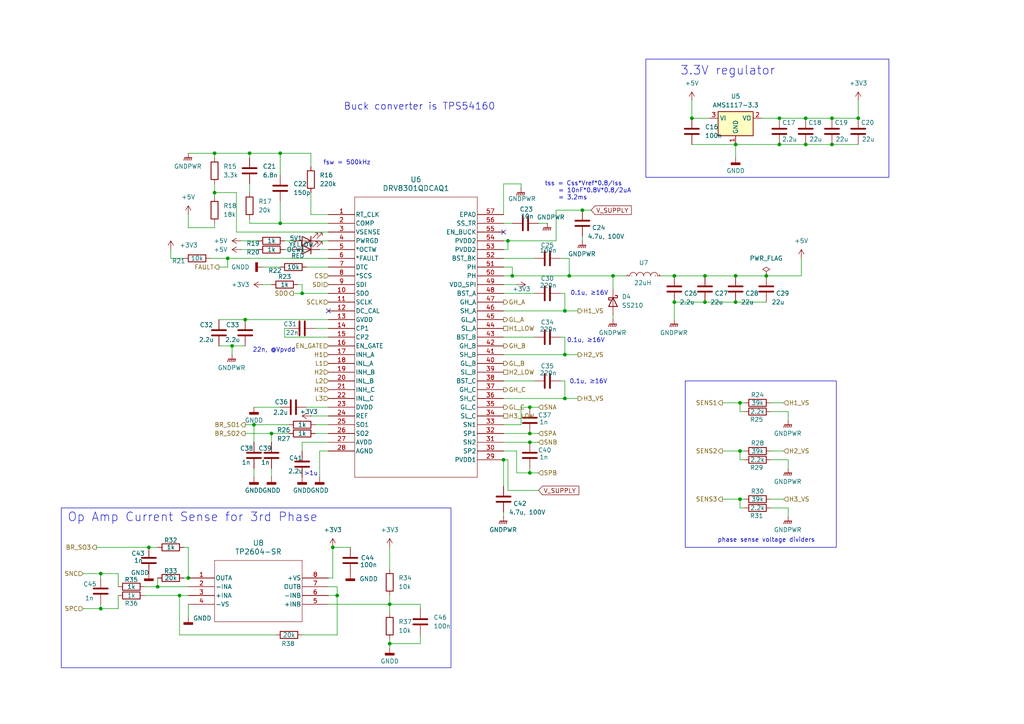
<source format=kicad_sch>
(kicad_sch (version 20250114) (generator "eeschema") (generator_version "9.0")
  (paper "A4")
  (title_block (title "AQUA_VESC") (rev "00"))
  (lib_symbols
    (symbol "Device:C" (pin_numbers (hide yes)) (pin_names (offset 0.254))
      (property "Reference" "C" (at 0.635 2.54 0))
      (property "Value" "C" (at 0.635 -2.54 0))
      (symbol "C_1_1"
        (pin passive line (at 0 3.81 270) (length 2.794) (name "~") (number "1"))
        (pin passive line (at 0 -3.81 90) (length 2.794) (name "~") (number "2"))
      )
    )
    (symbol "Device:LED" (pin_numbers (hide yes)) (pin_names (offset 1.016) (hide yes))
      (property "Reference" "D" (at 0 2.54 0))
      (property "Value" "LED" (at 0 -2.54 0))
      (symbol "LED_1_1"
        (pin passive line (at -3.81 0 0) (length 2.54) (name "K") (number "1"))
        (pin passive line (at 3.81 0 180) (length 2.54) (name "A") (number "2"))
      )
    )
    (symbol "Device:R" (pin_numbers (hide yes)) (pin_names (offset 0))
      (property "Reference" "R" (at 2.032 0 90))
      (property "Value" "R" (at 0 0 90))
      (symbol "R_1_1"
        (pin passive line (at 0 3.81 270) (length 1.27) (name "~") (number "1"))
        (pin passive line (at 0 -3.81 90) (length 1.27) (name "~") (number "2"))
      )
    )
    (symbol "Diode:SS210" (pin_numbers (hide yes)) (pin_names (offset 1.016) (hide yes))
      (property "Reference" "D" (at 0 2.54 0))
      (property "Value" "SS210" (at 0 -2.54 0))
      (symbol "SS210_1_1"
        (pin passive line (at -3.81 0 0) (length 2.54) (name "K") (number "1"))
        (pin passive line (at 3.81 0 180) (length 2.54) (name "A") (number "2"))
      )
    )
    (symbol "Regulator_Linear:AMS1117-3.3"
      (property "Reference" "U" (at -3.81 3.175 0))
      (property "Value" "AMS1117-3.3" (at 0 3.175 0))
      (symbol "AMS1117-3.3_1_1"
        (pin power_in line (at -7.62 0 0) (length 2.54) (name "VI") (number "3"))
        (pin power_in line (at 0 -7.62 90) (length 2.54) (name "GND") (number "1"))
        (pin power_out line (at 7.62 0 180) (length 2.54) (name "VO") (number "2"))
      )
    )
    (symbol "power:+3V3" (power) (pin_numbers (hide yes)) (pin_names (offset 0) (hide yes))
      (property "Value" "+3V3" (at 0 3.556 0))
      (symbol "+3V3_1_1"
        (pin power_in line (at 0 0 90) (length 0) (name "~") (number "1"))
      )
    )
    (symbol "power:+5V" (power) (pin_numbers (hide yes)) (pin_names (offset 0) (hide yes))
      (property "Value" "+5V" (at 0 3.556 0))
      (symbol "+5V_1_1"
        (pin power_in line (at 0 0 90) (length 0) (name "~") (number "1"))
      )
    )
    (symbol "power:GNDD" (power) (pin_numbers (hide yes)) (pin_names (offset 0) (hide yes))
      (property "Value" "GNDD" (at 0 -3.175 0))
      (symbol "GNDD_1_1"
        (pin power_in line (at 0 0 270) (length 0) (name "~") (number "1"))
      )
    )
    (symbol "power:GNDPWR" (power) (pin_numbers (hide yes)) (pin_names (offset 0) (hide yes))
      (property "Value" "GNDPWR" (at 0 -3.302 0))
      (symbol "GNDPWR_1_1"
        (pin power_in line (at 0 0 270) (length 0) (name "~") (number "1"))
      )
    )
    (symbol "power:PWR_FLAG" (power) (pin_numbers (hide yes)) (pin_names (offset 0) (hide yes))
      (property "Value" "PWR_FLAG" (at 0 3.81 0))
      (symbol "PWR_FLAG_0_0"
        (pin power_out line (at 0 0 90) (length 0) (name "~") (number "1"))
      )
    )
    (symbol "specific_library:DRV8301QDCAQ1" (pin_names (offset 0.254))
      (property "Reference" "U" (at 25.4 10.16 0))
      (property "Value" "DRV8301QDCAQ1" (at 25.4 7.62 0))
      (symbol "DRV8301QDCAQ1_0_1"
        (pin input line (at 0 0 0) (length 7.62) (name "RT_CLK") (number "1"))
        (pin output line (at 0 -2.54 0) (length 7.62) (name "COMP") (number "2"))
        (pin input line (at 0 -5.08 0) (length 7.62) (name "VSENSE") (number "3"))
        (pin input line (at 0 -7.62 0) (length 7.62) (name "PWRGD") (number "4"))
        (pin output line (at 0 -10.16 0) (length 7.62) (name "*OCTW") (number "5"))
        (pin output line (at 0 -12.7 0) (length 7.62) (name "*FAULT") (number "6"))
        (pin input line (at 0 -15.24 0) (length 7.62) (name "DTC") (number "7"))
        (pin input line (at 0 -17.78 0) (length 7.62) (name "*SCS") (number "8"))
        (pin input line (at 0 -20.32 0) (length 7.62) (name "SDI") (number "9"))
        (pin output line (at 0 -22.86 0) (length 7.62) (name "SDO") (number "10"))
        (pin input line (at 0 -25.4 0) (length 7.62) (name "SCLK") (number "11"))
        (pin input line (at 0 -27.94 0) (length 7.62) (name "DC_CAL") (number "12"))
        (pin power_out line (at 0 -30.48 0) (length 7.62) (name "GVDD") (number "13"))
        (pin input line (at 0 -38.1 0) (length 7.62) (name "EN_GATE") (number "16"))
        (pin input line (at 0 -40.64 0) (length 7.62) (name "INH_A") (number "17"))
        (pin input line (at 0 -43.18 0) (length 7.62) (name "INL_A") (number "18"))
        (pin input line (at 0 -45.72 0) (length 7.62) (name "INH_B") (number "19"))
        (pin input line (at 0 -48.26 0) (length 7.62) (name "INL_B") (number "20"))
        (pin input line (at 0 -50.8 0) (length 7.62) (name "INH_C") (number "21"))
        (pin input line (at 0 -53.34 0) (length 7.62) (name "INL_C") (number "22"))
        (pin power_out line (at 0 -55.88 0) (length 7.62) (name "DVDD") (number "23"))
        (pin input line (at 0 -58.42 0) (length 7.62) (name "REF") (number "24"))
        (pin output line (at 0 -60.96 0) (length 7.62) (name "SO1") (number "25"))
        (pin output line (at 0 -63.5 0) (length 7.62) (name "SO2") (number "26"))
        (pin power_out line (at 0 -66.04 0) (length 7.62) (name "AVDD") (number "27"))
        (pin power_in line (at 0 -68.58 0) (length 7.62) (name "AGND") (number "28"))
        (pin input line (at 50.8 -2.54 180) (length 7.62) (name "SS_TR") (number "56"))
        (pin input line (at 50.8 -5.08 180) (length 7.62) (name "EN_BUCK") (number "55"))
        (pin power_in line (at 50.8 -7.62 180) (length 7.62) (name "PVDD2") (number "54"))
        (pin power_in line (at 50.8 -10.16 180) (length 7.62) (name "PVDD2") (number "53"))
        (pin input line (at 50.8 -20.32 180) (length 7.62) (name "VDD_SPI") (number "49"))
        (pin output line (at 50.8 -25.4 180) (length 7.62) (name "GH_A") (number "47"))
        (pin input line (at 50.8 -27.94 180) (length 7.62) (name "SH_A") (number "46"))
        (pin output line (at 50.8 -30.48 180) (length 7.62) (name "GL_A") (number "45"))
        (pin input line (at 50.8 -33.02 180) (length 7.62) (name "SL_A") (number "44"))
        (pin output line (at 50.8 -38.1 180) (length 7.62) (name "GH_B") (number "42"))
        (pin input line (at 50.8 -40.64 180) (length 7.62) (name "SH_B") (number "41"))
        (pin output line (at 50.8 -43.18 180) (length 7.62) (name "GL_B") (number "40"))
        (pin input line (at 50.8 -45.72 180) (length 7.62) (name "SL_B") (number "39"))
        (pin output line (at 50.8 -50.8 180) (length 7.62) (name "GH_C") (number "37"))
        (pin input line (at 50.8 -53.34 180) (length 7.62) (name "SH_C") (number "36"))
        (pin output line (at 50.8 -55.88 180) (length 7.62) (name "GL_C") (number "35"))
        (pin input line (at 50.8 -58.42 180) (length 7.62) (name "SL_C") (number "34"))
        (pin input line (at 50.8 -60.96 180) (length 7.62) (name "SN1") (number "33"))
        (pin input line (at 50.8 -63.5 180) (length 7.62) (name "SP1") (number "32"))
        (pin input line (at 50.8 -66.04 180) (length 7.62) (name "SN2") (number "31"))
        (pin input line (at 50.8 -68.58 180) (length 7.62) (name "SP2") (number "30"))
      )
      (symbol "DRV8301QDCAQ1_1_1"
        (pin output line (at 0 -33.02 0) (length 7.62) (name "CP1") (number "14"))
        (pin output line (at 0 -35.56 0) (length 7.62) (name "CP2") (number "15"))
        (pin power_in line (at 50.8 0 180) (length 7.62) (name "EPAD") (number "57"))
        (pin power_out line (at 50.8 -12.7 180) (length 7.62) (name "BST_BK") (number "52"))
        (pin power_out line (at 50.8 -15.24 180) (length 7.62) (name "PH") (number "51"))
        (pin power_out line (at 50.8 -17.78 180) (length 7.62) (name "PH") (number "50"))
        (pin power_out line (at 50.8 -22.86 180) (length 7.62) (name "BST_A") (number "48"))
        (pin power_out line (at 50.8 -35.56 180) (length 7.62) (name "BST_B") (number "43"))
        (pin power_out line (at 50.8 -48.26 180) (length 7.62) (name "BST_C") (number "38"))
        (pin power_in line (at 50.8 -71.12 180) (length 7.62) (name "PVDD1") (number "29"))
      )
    )
    (symbol "specific_library:FXL0640-220-M"
      (property "Reference" "U" (at 0 0 0))
      (symbol "FXL0640-220-M_1_0"
        (pin passive line (at -5.08 0 0) (length 1.016) (name "1") (number "1"))
        (pin passive line (at 5.08 0 180) (length 1.016) (name "2") (number "2"))
      )
    )
    (symbol "specific_library:TP2604-SR" (pin_names (offset 0.254))
      (property "Reference" "U" (at 20.32 10.16 0))
      (property "Value" "TP2604-SR" (at 20.32 7.62 0))
      (symbol "TP2604-SR_0_1"
        (pin output line (at 0 0 0) (length 7.62) (name "OUTA") (number "1"))
        (pin input line (at 0 -2.54 0) (length 7.62) (name "-INA") (number "2"))
        (pin input line (at 0 -5.08 0) (length 7.62) (name "+INA") (number "3"))
        (pin power_in line (at 0 -7.62 0) (length 7.62) (name "-VS") (number "4"))
        (pin power_in line (at 40.64 0 180) (length 7.62) (name "+VS") (number "8"))
        (pin output line (at 40.64 -2.54 180) (length 7.62) (name "OUTB") (number "7"))
        (pin input line (at 40.64 -5.08 180) (length 7.62) (name "-INB") (number "6"))
        (pin input line (at 40.64 -7.62 180) (length 7.62) (name "+INB") (number "5"))
      )
    )
  )
  (rectangle (start 187.325 17.145) (end 257.81 51.435))
  (rectangle (start 198.755 110.49) (end 242.57 158.75))
  (rectangle (start 17.78 147.32) (end 130.81 193.675))
  (text "Buck converter is TPS54160" (at 121.666 30.988 0) (effects (font (size 2.032 2.032))))
  (text "Op Amp Current Sense for 3rd Phase" (at 55.88 150.114 0) (effects (font (size 2.54 2.54))))
  (text "phase sense voltage dividers" (at 222.25 156.718 0) (effects (font (size 1.27 1.27))))
  (text "0.1u, ≥16V\n" (at 170.688 110.744 0) (effects (font (size 1.27 1.27))))
  (text "22n, @Vpvdd" (at 79.502 101.6 0) (effects (font (size 1.27 1.27))))
  (text "3.3V regulator\n" (at 211.074 20.574 0) (effects (font (size 2.54 2.54))))
  (text "0.1u, ≥16V\n" (at 169.926 98.806 0) (effects (font (size 1.27 1.27))))
  (text "0.1u, ≥16V\n" (at 170.942 85.09 0) (effects (font (size 1.27 1.27))))
  (text "fsw = 500kHz" (at 93.726 47.244 0) (effects (font (size 1.27 1.27)) (justify left)))
  (text "tss = Css*Vref*0.8/Iss\n    = 10nF*0.8V*0.8/2uA\n    = 3.2ms" (at 157.988 55.372 0) (effects (font (size 1.27 1.27)) (justify left)))
  (text ">1u" (at 90.17 137.414 0) (effects (font (size 1.27 1.27))))
  (junction (at 87.63 85.09))
  (junction (at 43.18 158.75))
  (junction (at 146.05 133.35))
  (junction (at 54.61 167.64))
  (junction (at 96.52 158.75))
  (junction (at 163.83 90.17))
  (junction (at 204.47 87.63))
  (junction (at 52.07 172.72))
  (junction (at 168.91 60.96))
  (junction (at 226.06 41.91))
  (junction (at 222.25 80.01))
  (junction (at 165.1 80.01))
  (junction (at 200.66 34.29))
  (junction (at 153.67 128.27))
  (junction (at 213.36 41.91))
  (junction (at 195.58 87.63))
  (junction (at 214.63 144.78))
  (junction (at 71.12 92.71))
  (junction (at 73.66 123.19))
  (junction (at 233.68 41.91))
  (junction (at 29.21 176.53))
  (junction (at 81.28 44.45))
  (junction (at 148.59 80.01))
  (junction (at 113.03 175.26))
  (junction (at 213.36 80.01))
  (junction (at 153.67 125.73))
  (junction (at 147.32 69.85))
  (junction (at 62.23 55.88))
  (junction (at 195.58 80.01))
  (junction (at 97.79 172.72))
  (junction (at 241.3 34.29))
  (junction (at 67.31 100.33))
  (junction (at 233.68 34.29))
  (junction (at 29.21 166.37))
  (junction (at 66.04 74.93))
  (junction (at 45.72 170.18))
  (junction (at 81.28 64.77))
  (junction (at 78.74 125.73))
  (junction (at 163.83 102.87))
  (junction (at 177.8 80.01))
  (junction (at 153.67 137.16))
  (junction (at 214.63 116.84))
  (junction (at 62.23 44.45))
  (junction (at 213.36 87.63))
  (junction (at 153.67 118.11))
  (junction (at 163.83 115.57))
  (junction (at 248.92 34.29))
  (junction (at 72.39 44.45))
  (junction (at 226.06 34.29))
  (junction (at 241.3 41.91))
  (junction (at 204.47 80.01))
  (junction (at 214.63 130.81))
  (junction (at 113.03 186.69))
  (no_connect (at 95.25 90.17))
  (no_connect (at 146.05 67.31))
  (wire (pts (xy 82.55 95.25) (xy 82.55 97.79)))
  (wire (pts (xy 41.91 170.18) (xy 45.72 170.18)))
  (wire (pts (xy 88.9 118.11) (xy 95.25 118.11)))
  (wire (pts (xy 92.71 130.81) (xy 95.25 130.81)))
  (wire (pts (xy 148.59 77.47) (xy 148.59 80.01)))
  (wire (pts (xy 146.05 64.77) (xy 148.59 64.77)))
  (wire (pts (xy 195.58 87.63) (xy 204.47 87.63)))
  (wire (pts (xy 232.41 80.01) (xy 222.25 80.01)))
  (wire (pts (xy 223.52 147.32) (xy 228.6 147.32)))
  (wire (pts (xy 223.52 130.81) (xy 227.33 130.81)))
  (wire (pts (xy 95.25 67.31) (xy 68.58 67.31)))
  (wire (pts (xy 67.31 100.33) (xy 71.12 100.33)))
  (wire (pts (xy 90.17 62.23) (xy 90.17 55.88)))
  (wire (pts (xy 87.63 82.55) (xy 87.63 85.09)))
  (wire (pts (xy 96.52 158.75) (xy 96.52 167.64)))
  (wire (pts (xy 54.61 158.75) (xy 54.61 167.64)))
  (wire (pts (xy 83.82 95.25) (xy 82.55 95.25)))
  (wire (pts (xy 72.39 64.77) (xy 72.39 63.5)))
  (wire (pts (xy 45.72 167.64) (xy 45.72 170.18)))
  (wire (pts (xy 146.05 149.86) (xy 146.05 148.59)))
  (wire (pts (xy 223.52 144.78) (xy 227.33 144.78)))
  (wire (pts (xy 95.25 175.26) (xy 113.03 175.26)))
  (wire (pts (xy 69.85 69.85) (xy 74.93 69.85)))
  (wire (pts (xy 34.29 166.37) (xy 34.29 170.18)))
  (wire (pts (xy 214.63 116.84) (xy 214.63 119.38)))
  (wire (pts (xy 113.03 175.26) (xy 113.03 177.8)))
  (wire (pts (xy 232.41 74.93) (xy 232.41 80.01)))
  (wire (pts (xy 121.92 184.15) (xy 121.92 186.69)))
  (wire (pts (xy 163.83 115.57) (xy 146.05 115.57)))
  (wire (pts (xy 163.83 97.79) (xy 163.83 102.87)))
  (wire (pts (xy 81.28 50.8) (xy 81.28 44.45)))
  (wire (pts (xy 215.9 144.78) (xy 214.63 144.78)))
  (wire (pts (xy 147.32 133.35) (xy 146.05 133.35)))
  (wire (pts (xy 213.36 80.01) (xy 222.25 80.01)))
  (wire (pts (xy 151.13 53.34) (xy 151.13 54.61)))
  (wire (pts (xy 101.6 158.75) (xy 96.52 158.75)))
  (wire (pts (xy 97.79 184.15) (xy 97.79 172.72)))
  (wire (pts (xy 214.63 133.35) (xy 215.9 133.35)))
  (wire (pts (xy 149.86 82.55) (xy 146.05 82.55)))
  (wire (pts (xy 200.66 34.29) (xy 200.66 29.21)))
  (wire (pts (xy 85.09 85.09) (xy 87.63 85.09)))
  (wire (pts (xy 146.05 74.93) (xy 154.94 74.93)))
  (wire (pts (xy 147.32 69.85) (xy 146.05 69.85)))
  (wire (pts (xy 209.55 130.81) (xy 214.63 130.81)))
  (wire (pts (xy 72.39 55.88) (xy 72.39 53.34)))
  (wire (pts (xy 163.83 115.57) (xy 167.64 115.57)))
  (wire (pts (xy 209.55 116.84) (xy 214.63 116.84)))
  (wire (pts (xy 113.03 186.69) (xy 121.92 186.69)))
  (wire (pts (xy 29.21 175.26) (xy 29.21 176.53)))
  (wire (pts (xy 195.58 80.01) (xy 204.47 80.01)))
  (wire (pts (xy 62.23 44.45) (xy 72.39 44.45)))
  (wire (pts (xy 34.29 172.72) (xy 34.29 176.53)))
  (wire (pts (xy 90.17 120.65) (xy 95.25 120.65)))
  (wire (pts (xy 223.52 133.35) (xy 228.6 133.35)))
  (wire (pts (xy 161.29 69.85) (xy 161.29 60.96)))
  (wire (pts (xy 82.55 97.79) (xy 95.25 97.79)))
  (wire (pts (xy 73.66 128.27) (xy 73.66 123.19)))
  (wire (pts (xy 95.25 62.23) (xy 90.17 62.23)))
  (wire (pts (xy 68.58 55.88) (xy 62.23 55.88)))
  (wire (pts (xy 191.77 80.01) (xy 195.58 80.01)))
  (wire (pts (xy 91.44 123.19) (xy 95.25 123.19)))
  (wire (pts (xy 54.61 44.45) (xy 62.23 44.45)))
  (wire (pts (xy 214.63 130.81) (xy 214.63 133.35)))
  (wire (pts (xy 49.53 74.93) (xy 53.34 74.93)))
  (wire (pts (xy 165.1 74.93) (xy 165.1 80.01)))
  (wire (pts (xy 146.05 85.09) (xy 154.94 85.09)))
  (wire (pts (xy 78.74 125.73) (xy 78.74 128.27)))
  (wire (pts (xy 60.96 74.93) (xy 66.04 74.93)))
  (wire (pts (xy 72.39 64.77) (xy 81.28 64.77)))
  (wire (pts (xy 146.05 77.47) (xy 148.59 77.47)))
  (wire (pts (xy 146.05 102.87) (xy 163.83 102.87)))
  (wire (pts (xy 241.3 41.91) (xy 248.92 41.91)))
  (wire (pts (xy 226.06 41.91) (xy 233.68 41.91)))
  (wire (pts (xy 80.01 184.15) (xy 52.07 184.15)))
  (wire (pts (xy 165.1 80.01) (xy 148.59 80.01)))
  (wire (pts (xy 45.72 170.18) (xy 54.61 170.18)))
  (wire (pts (xy 146.05 53.34) (xy 151.13 53.34)))
  (wire (pts (xy 54.61 62.23) (xy 54.61 66.04)))
  (wire (pts (xy 67.31 102.87) (xy 67.31 100.33)))
  (wire (pts (xy 233.68 34.29) (xy 241.3 34.29)))
  (wire (pts (xy 163.83 110.49) (xy 163.83 115.57)))
  (wire (pts (xy 213.36 41.91) (xy 213.36 45.72)))
  (wire (pts (xy 156.21 128.27) (xy 153.67 128.27)))
  (wire (pts (xy 76.2 77.47) (xy 81.28 77.47)))
  (wire (pts (xy 71.12 123.19) (xy 73.66 123.19)))
  (wire (pts (xy 162.56 110.49) (xy 163.83 110.49)))
  (wire (pts (xy 53.34 167.64) (xy 54.61 167.64)))
  (wire (pts (xy 90.17 44.45) (xy 81.28 44.45)))
  (wire (pts (xy 63.5 77.47) (xy 66.04 77.47)))
  (wire (pts (xy 195.58 87.63) (xy 195.58 92.71)))
  (wire (pts (xy 95.25 170.18) (xy 97.79 170.18)))
  (wire (pts (xy 204.47 80.01) (xy 213.36 80.01)))
  (wire (pts (xy 163.83 85.09) (xy 163.83 90.17)))
  (wire (pts (xy 146.05 53.34) (xy 146.05 62.23)))
  (wire (pts (xy 162.56 74.93) (xy 165.1 74.93)))
  (wire (pts (xy 71.12 125.73) (xy 78.74 125.73)))
  (wire (pts (xy 215.9 116.84) (xy 214.63 116.84)))
  (wire (pts (xy 213.36 41.91) (xy 226.06 41.91)))
  (wire (pts (xy 153.67 128.27) (xy 146.05 128.27)))
  (wire (pts (xy 97.79 172.72) (xy 95.25 172.72)))
  (wire (pts (xy 92.71 69.85) (xy 95.25 69.85)))
  (wire (pts (xy 86.36 82.55) (xy 87.63 82.55)))
  (wire (pts (xy 62.23 66.04) (xy 62.23 64.77)))
  (wire (pts (xy 158.75 64.77) (xy 156.21 64.77)))
  (wire (pts (xy 220.98 34.29) (xy 226.06 34.29)))
  (wire (pts (xy 153.67 118.11) (xy 151.13 118.11)))
  (wire (pts (xy 113.03 185.42) (xy 113.03 186.69)))
  (wire (pts (xy 91.44 95.25) (xy 95.25 95.25)))
  (wire (pts (xy 49.53 72.39) (xy 49.53 74.93)))
  (wire (pts (xy 81.28 44.45) (xy 72.39 44.45)))
  (wire (pts (xy 177.8 91.44) (xy 177.8 92.71)))
  (wire (pts (xy 177.8 80.01) (xy 181.61 80.01)))
  (wire (pts (xy 24.13 176.53) (xy 29.21 176.53)))
  (wire (pts (xy 62.23 53.34) (xy 62.23 55.88)))
  (wire (pts (xy 54.61 66.04) (xy 62.23 66.04)))
  (wire (pts (xy 29.21 166.37) (xy 34.29 166.37)))
  (wire (pts (xy 90.17 48.26) (xy 90.17 44.45)))
  (wire (pts (xy 54.61 179.07) (xy 54.61 175.26)))
  (wire (pts (xy 226.06 34.29) (xy 233.68 34.29)))
  (wire (pts (xy 241.3 34.29) (xy 248.92 34.29)))
  (wire (pts (xy 177.8 83.82) (xy 177.8 80.01)))
  (wire (pts (xy 27.94 158.75) (xy 43.18 158.75)))
  (wire (pts (xy 43.18 158.75) (xy 45.72 158.75)))
  (wire (pts (xy 81.28 64.77) (xy 95.25 64.77)))
  (wire (pts (xy 52.07 172.72) (xy 54.61 172.72)))
  (wire (pts (xy 233.68 41.91) (xy 241.3 41.91)))
  (wire (pts (xy 62.23 45.72) (xy 62.23 44.45)))
  (wire (pts (xy 62.23 55.88) (xy 62.23 57.15)))
  (wire (pts (xy 66.04 77.47) (xy 66.04 74.93)))
  (wire (pts (xy 121.92 176.53) (xy 121.92 175.26)))
  (wire (pts (xy 63.5 100.33) (xy 67.31 100.33)))
  (wire (pts (xy 76.2 82.55) (xy 78.74 82.55)))
  (wire (pts (xy 146.05 72.39) (xy 147.32 72.39)))
  (wire (pts (xy 223.52 116.84) (xy 227.33 116.84)))
  (wire (pts (xy 163.83 102.87) (xy 167.64 102.87)))
  (wire (pts (xy 209.55 144.78) (xy 214.63 144.78)))
  (wire (pts (xy 72.39 44.45) (xy 72.39 45.72)))
  (wire (pts (xy 97.79 170.18) (xy 97.79 172.72)))
  (wire (pts (xy 146.05 110.49) (xy 154.94 110.49)))
  (wire (pts (xy 34.29 176.53) (xy 29.21 176.53)))
  (wire (pts (xy 214.63 144.78) (xy 214.63 147.32)))
  (wire (pts (xy 215.9 130.81) (xy 214.63 130.81)))
  (wire (pts (xy 163.83 90.17) (xy 146.05 90.17)))
  (wire (pts (xy 68.58 67.31) (xy 68.58 55.88)))
  (wire (pts (xy 156.21 125.73) (xy 153.67 125.73)))
  (wire (pts (xy 248.92 29.21) (xy 248.92 34.29)))
  (wire (pts (xy 87.63 128.27) (xy 87.63 130.81)))
  (wire (pts (xy 153.67 135.89) (xy 153.67 137.16)))
  (wire (pts (xy 53.34 158.75) (xy 54.61 158.75)))
  (wire (pts (xy 113.03 172.72) (xy 113.03 175.26)))
  (wire (pts (xy 52.07 184.15) (xy 52.07 172.72)))
  (wire (pts (xy 204.47 87.63) (xy 213.36 87.63)))
  (wire (pts (xy 146.05 97.79) (xy 154.94 97.79)))
  (wire (pts (xy 162.56 85.09) (xy 163.83 85.09)))
  (wire (pts (xy 228.6 147.32) (xy 228.6 149.86)))
  (wire (pts (xy 88.9 77.47) (xy 95.25 77.47)))
  (wire (pts (xy 228.6 119.38) (xy 228.6 121.92)))
  (wire (pts (xy 73.66 118.11) (xy 81.28 118.11)))
  (wire (pts (xy 81.28 58.42) (xy 81.28 64.77)))
  (wire (pts (xy 113.03 186.69) (xy 113.03 187.96)))
  (wire (pts (xy 147.32 72.39) (xy 147.32 69.85)))
  (wire (pts (xy 151.13 118.11) (xy 151.13 123.19)))
  (wire (pts (xy 41.91 172.72) (xy 52.07 172.72)))
  (wire (pts (xy 91.44 125.73) (xy 95.25 125.73)))
  (wire (pts (xy 82.55 72.39) (xy 85.09 72.39)))
  (wire (pts (xy 87.63 85.09) (xy 95.25 85.09)))
  (wire (pts (xy 92.71 72.39) (xy 95.25 72.39)))
  (wire (pts (xy 24.13 166.37) (xy 29.21 166.37)))
  (wire (pts (xy 223.52 119.38) (xy 228.6 119.38)))
  (wire (pts (xy 156.21 137.16) (xy 153.67 137.16)))
  (wire (pts (xy 156.21 118.11) (xy 153.67 118.11)))
  (wire (pts (xy 66.04 74.93) (xy 95.25 74.93)))
  (wire (pts (xy 147.32 142.24) (xy 147.32 133.35)))
  (wire (pts (xy 73.66 123.19) (xy 83.82 123.19)))
  (wire (pts (xy 151.13 123.19) (xy 146.05 123.19)))
  (wire (pts (xy 165.1 80.01) (xy 177.8 80.01)))
  (wire (pts (xy 146.05 140.97) (xy 146.05 133.35)))
  (wire (pts (xy 63.5 92.71) (xy 71.12 92.71)))
  (wire (pts (xy 149.86 130.81) (xy 146.05 130.81)))
  (wire (pts (xy 148.59 80.01) (xy 146.05 80.01)))
  (wire (pts (xy 162.56 97.79) (xy 163.83 97.79)))
  (wire (pts (xy 147.32 142.24) (xy 156.21 142.24)))
  (wire (pts (xy 71.12 92.71) (xy 95.25 92.71)))
  (wire (pts (xy 95.25 128.27) (xy 87.63 128.27)))
  (wire (pts (xy 153.67 137.16) (xy 149.86 137.16)))
  (wire (pts (xy 163.83 90.17) (xy 167.64 90.17)))
  (wire (pts (xy 82.55 69.85) (xy 85.09 69.85)))
  (wire (pts (xy 92.71 138.43) (xy 92.71 130.81)))
  (wire (pts (xy 228.6 133.35) (xy 228.6 135.89)))
  (wire (pts (xy 168.91 69.85) (xy 168.91 68.58)))
  (wire (pts (xy 78.74 138.43) (xy 78.74 135.89)))
  (wire (pts (xy 214.63 119.38) (xy 215.9 119.38)))
  (wire (pts (xy 96.52 167.64) (xy 95.25 167.64)))
  (wire (pts (xy 73.66 138.43) (xy 73.66 135.89)))
  (wire (pts (xy 200.66 41.91) (xy 213.36 41.91)))
  (wire (pts (xy 153.67 125.73) (xy 146.05 125.73)))
  (wire (pts (xy 168.91 60.96) (xy 171.45 60.96)))
  (wire (pts (xy 29.21 166.37) (xy 29.21 167.64)))
  (wire (pts (xy 121.92 175.26) (xy 113.03 175.26)))
  (wire (pts (xy 149.86 137.16) (xy 149.86 130.81)))
  (wire (pts (xy 214.63 147.32) (xy 215.9 147.32)))
  (wire (pts (xy 78.74 125.73) (xy 83.82 125.73)))
  (wire (pts (xy 205.74 34.29) (xy 200.66 34.29)))
  (wire (pts (xy 113.03 158.75) (xy 113.03 165.1)))
  (wire (pts (xy 213.36 87.63) (xy 222.25 87.63)))
  (wire (pts (xy 161.29 60.96) (xy 168.91 60.96)))
  (wire (pts (xy 87.63 184.15) (xy 97.79 184.15)))
  (wire (pts (xy 147.32 69.85) (xy 161.29 69.85)))
  (wire (pts (xy 69.85 72.39) (xy 74.93 72.39)))
  (global_label "V_SUPPLY" (shape input) (at 156.21 142.24 0) (property "Intersheetrefs" "${INTERSHEET_REFS}" (effects (hide yes))))
  (global_label "V_SUPPLY" (shape input) (at 171.45 60.96 0) (property "Intersheetrefs" "${INTERSHEET_REFS}" (effects (hide yes))))
  (hierarchical_label "SENS1" (shape output) (at 209.55 116.84 180))
  (hierarchical_label "L2" (shape input) (at 95.25 110.49 180))
  (hierarchical_label "L1" (shape input) (at 95.25 105.41 180))
  (hierarchical_label "H2_LOW" (shape passive) (at 146.05 107.95 0))
  (hierarchical_label "H3_VS" (shape output) (at 167.64 115.57 0))
  (hierarchical_label "GL_B" (shape output) (at 146.05 105.41 0))
  (hierarchical_label "BR_SO1" (shape output) (at 71.12 123.19 180))
  (hierarchical_label "H2" (shape input) (at 95.25 107.95 180))
  (hierarchical_label "GH_B" (shape output) (at 146.05 100.33 0))
  (hierarchical_label "H3_LOW" (shape passive) (at 146.05 120.65 0))
  (hierarchical_label "SENS2" (shape output) (at 209.55 130.81 180))
  (hierarchical_label "SENS3" (shape output) (at 209.55 144.78 180))
  (hierarchical_label "BR_SO3" (shape output) (at 27.94 158.75 180))
  (hierarchical_label "BR_SO2" (shape output) (at 71.12 125.73 180))
  (hierarchical_label "CS" (shape input) (at 95.25 80.01 180))
  (hierarchical_label "SCLK" (shape input) (at 95.25 87.63 180))
  (hierarchical_label "SNC" (shape input) (at 24.13 166.37 180))
  (hierarchical_label "H1_LOW" (shape passive) (at 146.05 95.25 0))
  (hierarchical_label "SNA" (shape input) (at 156.21 118.11 0))
  (hierarchical_label "SPA" (shape input) (at 156.21 125.73 0))
  (hierarchical_label "SPC" (shape input) (at 24.13 176.53 180))
  (hierarchical_label "SDI" (shape input) (at 95.25 82.55 180))
  (hierarchical_label "H1_VS" (shape input) (at 227.33 116.84 0))
  (hierarchical_label "H3" (shape input) (at 95.25 113.03 180))
  (hierarchical_label "EN_GATE" (shape input) (at 95.25 100.33 180))
  (hierarchical_label "GL_C" (shape output) (at 146.05 118.11 0))
  (hierarchical_label "H3_VS" (shape input) (at 227.33 144.78 0))
  (hierarchical_label "SDO" (shape output) (at 85.09 85.09 180))
  (hierarchical_label "SPB" (shape input) (at 156.21 137.16 0))
  (hierarchical_label "SNB" (shape input) (at 156.21 128.27 0))
  (hierarchical_label "H2_VS" (shape input) (at 227.33 130.81 0))
  (hierarchical_label "H2_VS" (shape output) (at 167.64 102.87 0))
  (hierarchical_label "FAULT" (shape output) (at 63.5 77.47 180))
  (hierarchical_label "L3" (shape input) (at 95.25 115.57 180))
  (hierarchical_label "H1" (shape input) (at 95.25 102.87 180))
  (hierarchical_label "GL_A" (shape output) (at 146.05 92.71 0))
  (hierarchical_label "GH_C" (shape output) (at 146.05 113.03 0))
  (hierarchical_label "GH_A" (shape output) (at 146.05 87.63 0))
  (hierarchical_label "H1_VS" (shape output) (at 167.64 90.17 0))
  (symbol (lib_id "Device:R") (at 219.71 133.35 90) (unit 1)
    (property "Reference" "R29" (at 219.456 135.636 90))
    (property "Value" "2.2k" (at 219.71 133.35 90))
    (property "Footprint" "Resistor_SMD:R_0603_1608Metric" (effects (hide yes)))
    (property "Description" "Resistor" (effects (hide yes)))
  )
  (symbol (lib_id "power:GNDD") (at 43.18 166.37 0) (unit 1)
    (property "Reference" "#PWR075" (effects (hide yes)))
    (property "Value" "GNDD" (at 40.64 166.116 0))
    (property "Description" "Power symbol creates a global label with name \"GNDD\" , digital ground" (effects (hide yes)))
  )
  (symbol (lib_id "power:GNDPWR") (at 228.6 149.86 0) (unit 1)
    (property "Reference" "#PWR072" (effects (hide yes)))
    (property "Value" "GNDPWR" (at 228.473 153.67 0))
    (property "Description" "Power symbol creates a global label with name \"GNDPWR\" , global ground" (effects (hide yes)))
  )
  (symbol (lib_id "power:+5V") (at 69.85 72.39 90) (unit 1)
    (property "Reference" "#PWR055" (effects (hide yes)))
    (property "Value" "+5V" (at 66.04 72.3899 90) (effects (justify left)))
    (property "Description" "Power symbol creates a global label with name \"+5V\"" (effects (hide yes)))
  )
  (symbol (lib_id "Device:C") (at 222.25 83.82 0) (unit 1)
    (property "Reference" "C29" (at 225.044 85.09 0) (effects (justify left)))
    (property "Value" "22u" (at 223.774 87.63 0) (effects (justify left)))
    (property "Footprint" "Capacitor_SMD:C_1210_3225Metric" (effects (hide yes)))
    (property "Description" "Unpolarized capacitor" (effects (hide yes)))
  )
  (symbol (lib_id "Device:C") (at 85.09 118.11 90) (unit 1)
    (property "Reference" "C36" (at 83.566 116.586 90) (effects (justify left)))
    (property "Value" "2.2u" (at 83.566 119.634 90) (effects (justify left)))
    (property "Footprint" "Capacitor_SMD:C_0603_1608Metric" (effects (hide yes)))
    (property "Description" "Unpolarized capacitor" (effects (hide yes)))
  )
  (symbol (lib_id "power:GNDPWR") (at 151.13 54.61 0) (unit 1)
    (property "Reference" "#PWR049" (effects (hide yes)))
    (property "Value" "GNDPWR" (at 151.384 57.658 0))
    (property "Description" "Power symbol creates a global label with name \"GNDPWR\" , global ground" (effects (hide yes)))
  )
  (symbol (lib_id "Device:C") (at 81.28 54.61 0) (unit 1)
    (property "Reference" "C22" (at 85.09 53.3399 0) (effects (justify left)))
    (property "Value" "150p" (at 85.09 55.8799 0) (effects (justify left)))
    (property "Footprint" "Capacitor_SMD:C_0603_1608Metric" (effects (hide yes)))
    (property "Description" "Unpolarized capacitor" (effects (hide yes)))
  )
  (symbol (lib_id "power:+3V3") (at 248.92 29.21 0) (unit 1)
    (property "Reference" "#PWR046" (effects (hide yes)))
    (property "Value" "+3V3" (at 248.92 24.13 0))
    (property "Description" "Power symbol creates a global label with name \"+3V3\"" (effects (hide yes)))
  )
  (symbol (lib_id "Device:R") (at 85.09 77.47 90) (unit 1)
    (property "Reference" "R22" (at 79.756 78.486 90))
    (property "Value" "10k" (at 85.09 77.47 90))
    (property "Footprint" "Resistor_SMD:R_0603_1608Metric" (effects (hide yes)))
    (property "Description" "Resistor" (effects (hide yes)))
  )
  (symbol (lib_id "Device:R") (at 87.63 123.19 270) (unit 1)
    (property "Reference" "R26" (at 82.296 124.714 90))
    (property "Value" "1k" (at 87.63 123.19 90))
    (property "Footprint" "Resistor_SMD:R_0603_1608Metric" (effects (hide yes)))
    (property "Description" "Resistor" (effects (hide yes)))
  )
  (symbol (lib_id "Device:R") (at 49.53 158.75 90) (unit 1)
    (property "Reference" "R32" (at 49.53 156.718 90))
    (property "Value" "1k" (at 49.53 158.75 90))
    (property "Footprint" "Resistor_SMD:R_0603_1608Metric" (effects (hide yes)))
    (property "Description" "Resistor" (effects (hide yes)))
  )
  (symbol (lib_id "Device:R") (at 219.71 130.81 90) (unit 1)
    (property "Reference" "R28" (at 219.71 128.524 90))
    (property "Value" "39k" (at 219.71 130.81 90))
    (property "Footprint" "Resistor_SMD:R_0603_1608Metric" (effects (hide yes)))
    (property "Description" "Resistor" (effects (hide yes)))
  )
  (symbol (lib_id "power:+5V") (at 54.61 62.23 0) (unit 1)
    (property "Reference" "#PWR050" (effects (hide yes)))
    (property "Value" "+5V" (at 54.61 57.15 0))
    (property "Description" "Power symbol creates a global label with name \"+5V\"" (effects (hide yes)))
  )
  (symbol (lib_id "power:GNDPWR") (at 168.91 69.85 0) (unit 1)
    (property "Reference" "#PWR053" (effects (hide yes)))
    (property "Value" "GNDPWR" (at 168.783 73.66 0))
    (property "Description" "Power symbol creates a global label with name \"GNDPWR\" , global ground" (effects (hide yes)))
  )
  (symbol (lib_id "Device:C") (at 73.66 132.08 0) (unit 1)
    (property "Reference" "C38" (at 69.596 130.048 0) (effects (justify left)))
    (property "Value" "1n" (at 70.104 134.112 0) (effects (justify left)))
    (property "Footprint" "Capacitor_SMD:C_0603_1608Metric" (effects (hide yes)))
    (property "Description" "Unpolarized capacitor" (effects (hide yes)))
  )
  (symbol (lib_id "Device:C") (at 78.74 132.08 0) (unit 1)
    (property "Reference" "C39" (at 74.93 130.048 0) (effects (justify left)))
    (property "Value" "1n" (at 75.692 134.112 0) (effects (justify left)))
    (property "Footprint" "Capacitor_SMD:C_0603_1608Metric" (effects (hide yes)))
    (property "Description" "Unpolarized capacitor" (effects (hide yes)))
  )
  (symbol (lib_id "specific_library:DRV8301QDCAQ1") (at 95.25 62.23 0) (unit 1)
    (property "Reference" "U6" (at 120.65 52.07 0) (effects (font (size 1.524 1.524))))
    (property "Value" "DRV8301QDCAQ1" (at 120.65 54.61 0) (effects (font (size 1.524 1.524))))
    (property "Footprint" "specific_footprint_library:HTSSOP-56_L14.0-W6.0-P0.50-LS8.0-BL" (effects (hide yes)))
    (property "Datasheet" "https://www.ti.com/product/ja-jp/DRV8301" (effects (hide yes)))
  )
  (symbol (lib_id "power:GNDD") (at 87.63 138.43 0) (unit 1)
    (property "Reference" "#PWR069" (effects (hide yes)))
    (property "Value" "GNDD" (at 87.63 142.24 0))
    (property "Description" "Power symbol creates a global label with name \"GNDD\" , digital ground" (effects (hide yes)))
  )
  (symbol (lib_id "power:+3V3") (at 90.17 120.65 90) (unit 1)
    (property "Reference" "#PWR064" (effects (hide yes)))
    (property "Value" "+3V3" (at 92.202 119.38 90) (effects (justify left)))
    (property "Description" "Power symbol creates a global label with name \"+3V3\"" (effects (hide yes)))
  )
  (symbol (lib_id "power:GNDD") (at 73.66 138.43 0) (unit 1)
    (property "Reference" "#PWR067" (effects (hide yes)))
    (property "Value" "GNDD" (at 73.66 142.24 0))
    (property "Description" "Power symbol creates a global label with name \"GNDD\" , digital ground" (effects (hide yes)))
  )
  (symbol (lib_id "Device:C") (at 87.63 95.25 90) (unit 1)
    (property "Reference" "C31" (at 86.106 93.98 90) (effects (justify left)))
    (property "Value" "22n" (at 86.614 96.52 90) (effects (justify left)))
    (property "Footprint" "Capacitor_SMD:C_0603_1608Metric" (effects (hide yes)))
    (property "Description" "Unpolarized capacitor" (effects (hide yes)))
  )
  (symbol (lib_id "Device:R") (at 62.23 60.96 0) (unit 1)
    (property "Reference" "R18" (at 64.77 59.6899 0) (effects (justify left)))
    (property "Value" "18k" (at 64.77 62.2299 0) (effects (justify left)))
    (property "Footprint" "Resistor_SMD:R_0603_1608Metric" (effects (hide yes)))
    (property "Description" "Resistor" (effects (hide yes)))
  )
  (symbol (lib_id "Device:C") (at 195.58 83.82 0) (unit 1)
    (property "Reference" "C26" (at 198.374 85.09 0) (effects (justify left)))
    (property "Value" "2.2u" (at 197.104 87.63 0) (effects (justify left)))
    (property "Footprint" "Capacitor_SMD:C_1206_3216Metric" (effects (hide yes)))
    (property "Description" "Unpolarized capacitor" (effects (hide yes)))
  )
  (symbol (lib_id "Device:R") (at 57.15 74.93 90) (unit 1)
    (property "Reference" "R21" (at 51.816 75.692 90))
    (property "Value" "10k" (at 57.15 74.93 90))
    (property "Footprint" "Resistor_SMD:R_0603_1608Metric" (effects (hide yes)))
    (property "Description" "Resistor" (effects (hide yes)))
  )
  (symbol (lib_id "Device:R") (at 72.39 59.69 0) (unit 1)
    (property "Reference" "R17" (at 74.93 58.4199 0) (effects (justify left)))
    (property "Value" "20k" (at 74.93 60.9599 0) (effects (justify left)))
    (property "Footprint" "Resistor_SMD:R_0603_1608Metric" (effects (hide yes)))
    (property "Description" "Resistor" (effects (hide yes)))
  )
  (symbol (lib_id "Device:C") (at 152.4 64.77 90) (unit 1)
    (property "Reference" "C23" (at 152.654 60.706 90))
    (property "Value" "10n" (at 152.908 62.738 90))
    (property "Footprint" "Capacitor_SMD:C_0603_1608Metric" (effects (hide yes)))
    (property "Description" "Unpolarized capacitor" (effects (hide yes)))
  )
  (symbol (lib_id "power:GNDPWR") (at 228.6 135.89 0) (unit 1)
    (property "Reference" "#PWR066" (effects (hide yes)))
    (property "Value" "GNDPWR" (at 228.473 139.7 0))
    (property "Description" "Power symbol creates a global label with name \"GNDPWR\" , global ground" (effects (hide yes)))
  )
  (symbol (lib_id "Device:C") (at 226.06 38.1 0) (unit 1)
    (property "Reference" "C17" (at 226.822 35.56 0) (effects (justify left)))
    (property "Value" "2.2u" (at 226.822 40.386 0) (effects (justify left)))
    (property "Footprint" "Capacitor_SMD:C_1206_3216Metric" (effects (hide yes)))
    (property "Description" "Unpolarized capacitor" (effects (hide yes)))
  )
  (symbol (lib_id "specific_library:TP2604-SR") (at 54.61 167.64 0) (unit 1)
    (property "Reference" "U8" (at 74.93 157.48 0) (effects (font (size 1.524 1.524))))
    (property "Value" "TP2604-SR" (at 74.93 160.02 0) (effects (font (size 1.524 1.524))))
    (property "Footprint" "specific_footprint_library:SO-8SOIC-8_TPK" (effects (hide yes)))
    (property "Datasheet" "https://jlcpcb.com/api/file/downloadByFileSystemAccessId/8588879917124112384" (effects (hide yes)))
  )
  (symbol (lib_id "Device:R") (at 49.53 167.64 90) (unit 1)
    (property "Reference" "R33" (at 49.53 165.608 90))
    (property "Value" "20k" (at 49.53 167.64 90))
    (property "Footprint" "Resistor_SMD:R_0603_1608Metric" (effects (hide yes)))
    (property "Description" "Resistor" (effects (hide yes)))
  )
  (symbol (lib_id "Device:C") (at 200.66 38.1 0) (unit 1)
    (property "Reference" "C16" (at 204.47 36.8299 0) (effects (justify left)))
    (property "Value" "100n" (at 204.47 39.3699 0) (effects (justify left)))
    (property "Footprint" "Capacitor_SMD:C_0603_1608Metric" (effects (hide yes)))
    (property "Description" "Unpolarized capacitor" (effects (hide yes)))
  )
  (symbol (lib_id "Device:R") (at 78.74 69.85 90) (unit 1)
    (property "Reference" "R19" (at 73.406 70.612 90))
    (property "Value" "1k" (at 78.74 69.85 90))
    (property "Footprint" "Resistor_SMD:R_0603_1608Metric" (effects (hide yes)))
    (property "Description" "Resistor" (effects (hide yes)))
  )
  (symbol (lib_id "power:GNDD") (at 76.2 77.47 270) (unit 1)
    (property "Reference" "#PWR057" (effects (hide yes)))
    (property "Value" "GNDD" (at 72.39 77.4699 90) (effects (justify right)))
    (property "Description" "Power symbol creates a global label with name \"GNDD\" , digital ground" (effects (hide yes)))
  )
  (symbol (lib_id "Device:R") (at 219.71 144.78 90) (unit 1)
    (property "Reference" "R30" (at 219.71 142.494 90))
    (property "Value" "39k" (at 219.71 144.78 90))
    (property "Footprint" "Resistor_SMD:R_0603_1608Metric" (effects (hide yes)))
    (property "Description" "Resistor" (effects (hide yes)))
  )
  (symbol (lib_id "Device:R") (at 219.71 147.32 90) (unit 1)
    (property "Reference" "R31" (at 219.456 149.606 90))
    (property "Value" "2.2k" (at 219.71 147.32 90))
    (property "Footprint" "Resistor_SMD:R_0603_1608Metric" (effects (hide yes)))
    (property "Description" "Resistor" (effects (hide yes)))
  )
  (symbol (lib_id "Device:C") (at 71.12 96.52 0) (unit 1)
    (property "Reference" "C33" (at 65.532 94.234 0) (effects (justify left)))
    (property "Value" "2.2u" (at 65.278 98.552 0) (effects (justify left)))
    (property "Footprint" "Capacitor_SMD:C_0603_1608Metric" (effects (hide yes)))
    (property "Description" "Unpolarized capacitor" (effects (hide yes)))
  )
  (symbol (lib_id "Device:C") (at 241.3 38.1 0) (unit 1)
    (property "Reference" "C19" (at 242.062 35.56 0) (effects (justify left)))
    (property "Value" "22u" (at 242.316 40.386 0) (effects (justify left)))
    (property "Footprint" "Capacitor_SMD:C_1210_3225Metric" (effects (hide yes)))
    (property "Description" "Unpolarized capacitor" (effects (hide yes)))
  )
  (symbol (lib_id "Device:C") (at 213.36 83.82 0) (unit 1)
    (property "Reference" "C28" (at 216.154 85.09 0) (effects (justify left)))
    (property "Value" "22u" (at 214.884 87.63 0) (effects (justify left)))
    (property "Footprint" "Capacitor_SMD:C_1210_3225Metric" (effects (hide yes)))
    (property "Description" "Unpolarized capacitor" (effects (hide yes)))
  )
  (symbol (lib_id "power:GNDD") (at 113.03 187.96 0) (unit 1)
    (property "Reference" "#PWR078" (effects (hide yes)))
    (property "Value" "GNDD" (at 113.03 191.77 0))
    (property "Description" "Power symbol creates a global label with name \"GNDD\" , digital ground" (effects (hide yes)))
  )
  (symbol (lib_id "Device:C") (at 43.18 162.56 0) (unit 1)
    (property "Reference" "C43" (at 38.1 160.528 0) (effects (justify left)))
    (property "Value" "1n" (at 38.862 162.56 0) (effects (justify left)))
    (property "Footprint" "Capacitor_SMD:C_0603_1608Metric" (effects (hide yes)))
    (property "Description" "Unpolarized capacitor" (effects (hide yes)))
  )
  (symbol (lib_id "Device:R") (at 38.1 172.72 90) (unit 1)
    (property "Reference" "R36" (at 38.1 175.006 90))
    (property "Value" "1k" (at 38.1 172.72 90))
    (property "Footprint" "Resistor_SMD:R_0603_1608Metric" (effects (hide yes)))
    (property "Description" "Resistor" (effects (hide yes)))
  )
  (symbol (lib_id "power:GNDD") (at 54.61 179.07 0) (unit 1)
    (property "Reference" "#PWR077" (effects (hide yes)))
    (property "Value" "GNDD" (at 58.674 179.324 0))
    (property "Description" "Power symbol creates a global label with name \"GNDD\" , digital ground" (effects (hide yes)))
  )
  (symbol (lib_id "Device:R") (at 78.74 72.39 90) (unit 1)
    (property "Reference" "R20" (at 73.406 73.152 90))
    (property "Value" "1k" (at 78.74 72.39 90))
    (property "Footprint" "Resistor_SMD:R_0603_1608Metric" (effects (hide yes)))
    (property "Description" "Resistor" (effects (hide yes)))
  )
  (symbol (lib_id "Regulator_Linear:AMS1117-3.3") (at 213.36 34.29 0) (unit 1)
    (property "Reference" "U5" (at 213.36 27.94 0))
    (property "Value" "AMS1117-3.3" (at 213.36 30.48 0))
    (property "Footprint" "Package_TO_SOT_SMD:SOT-223-3_TabPin2" (effects (hide yes)))
    (property "Datasheet" "http://www.advanced-monolithic.com/pdf/ds1117.pdf" (effects (hide yes)))
    (property "Description" "1A Low Dropout regulator, positive, 3.3V fixed output, SOT-223" (effects (hide yes)))
  )
  (symbol (lib_id "power:+5V") (at 200.66 29.21 0) (unit 1)
    (property "Reference" "#PWR045" (effects (hide yes)))
    (property "Value" "+5V" (at 200.66 24.13 0))
    (property "Description" "Power symbol creates a global label with name \"+5V\"" (effects (hide yes)))
  )
  (symbol (lib_id "Device:R") (at 82.55 82.55 90) (unit 1)
    (property "Reference" "R23" (at 82.55 80.264 90))
    (property "Value" "1k" (at 82.55 82.55 90))
    (property "Footprint" "Resistor_SMD:R_0603_1608Metric" (effects (hide yes)))
    (property "Description" "Resistor" (effects (hide yes)))
  )
  (symbol (lib_id "Device:C") (at 29.21 171.45 0) (unit 1)
    (property "Reference" "C45" (at 24.13 169.418 0) (effects (justify left)))
    (property "Value" "1n" (at 24.638 173.482 0) (effects (justify left)))
    (property "Footprint" "Capacitor_SMD:C_0603_1608Metric" (effects (hide yes)))
    (property "Description" "Unpolarized capacitor" (effects (hide yes)))
  )
  (symbol (lib_id "Device:C") (at 158.75 85.09 90) (unit 1)
    (property "Reference" "C30" (at 158.75 80.772 90))
    (property "Value" "220n" (at 159.004 82.804 90))
    (property "Footprint" "Capacitor_SMD:C_0603_1608Metric" (effects (hide yes)))
    (property "Description" "Unpolarized capacitor" (effects (hide yes)))
  )
  (symbol (lib_id "power:GNDPWR") (at 195.58 92.71 0) (unit 1)
    (property "Reference" "#PWR061" (effects (hide yes)))
    (property "Value" "GNDPWR" (at 195.453 96.52 0))
    (property "Description" "Power symbol creates a global label with name \"GNDPWR\" , global ground" (effects (hide yes)))
  )
  (symbol (lib_id "Device:R") (at 219.71 119.38 90) (unit 1)
    (property "Reference" "R25" (at 219.456 121.666 90))
    (property "Value" "2.2k" (at 219.71 119.38 90))
    (property "Footprint" "Resistor_SMD:R_0603_1608Metric" (effects (hide yes)))
    (property "Description" "Resistor" (effects (hide yes)))
  )
  (symbol (lib_id "power:PWR_FLAG") (at 222.25 80.01 0) (unit 1)
    (property "Reference" "#FLG04" (effects (hide yes)))
    (property "Value" "PWR_FLAG" (at 222.25 74.93 0))
    (property "Description" "Special symbol for telling ERC where power comes from" (effects (hide yes)))
  )
  (symbol (lib_id "Device:R") (at 90.17 52.07 0) (unit 1)
    (property "Reference" "R16" (at 92.71 50.7999 0) (effects (justify left)))
    (property "Value" "220k" (at 92.71 53.3399 0) (effects (justify left)))
    (property "Footprint" "Resistor_SMD:R_0603_1608Metric" (effects (hide yes)))
    (property "Description" "Resistor" (effects (hide yes)))
  )
  (symbol (lib_id "Device:R") (at 83.82 184.15 90) (unit 1)
    (property "Reference" "R38" (at 83.566 186.69 90))
    (property "Value" "20k" (at 83.82 184.15 90))
    (property "Footprint" "Resistor_SMD:R_0603_1608Metric" (effects (hide yes)))
    (property "Description" "Resistor" (effects (hide yes)))
  )
  (symbol (lib_id "Device:C") (at 204.47 83.82 0) (unit 1)
    (property "Reference" "C27" (at 207.264 85.09 0) (effects (justify left)))
    (property "Value" "22u" (at 205.994 87.63 0) (effects (justify left)))
    (property "Footprint" "Capacitor_SMD:C_1210_3225Metric" (effects (hide yes)))
    (property "Description" "Unpolarized capacitor" (effects (hide yes)))
  )
  (symbol (lib_id "power:GNDPWR") (at 158.75 64.77 0) (unit 1)
    (property "Reference" "#PWR051" (effects (hide yes)))
    (property "Value" "GNDPWR" (at 159.766 62.992 0))
    (property "Description" "Power symbol creates a global label with name \"GNDPWR\" , global ground" (effects (hide yes)))
  )
  (symbol (lib_id "Device:C") (at 146.05 144.78 0) (unit 1)
    (property "Reference" "C42" (at 148.844 146.05 0) (effects (justify left)))
    (property "Value" "4.7u, 100V" (at 147.574 148.59 0) (effects (justify left)))
    (property "Footprint" "Capacitor_SMD:C_1210_3225Metric" (effects (hide yes)))
    (property "Description" "Unpolarized capacitor" (effects (hide yes)))
  )
  (symbol (lib_id "power:+3V3") (at 96.52 158.75 0) (unit 1)
    (property "Reference" "#PWR073" (effects (hide yes)))
    (property "Value" "+3V3" (at 96.52 153.67 0))
    (property "Description" "Power symbol creates a global label with name \"+3V3\"" (effects (hide yes)))
  )
  (symbol (lib_id "Device:C") (at 158.75 74.93 90) (unit 1)
    (property "Reference" "C25" (at 158.75 71.12 90))
    (property "Value" "100n" (at 159.004 72.644 90))
    (property "Footprint" "Capacitor_SMD:C_0603_1608Metric" (effects (hide yes)))
    (property "Description" "Unpolarized capacitor" (effects (hide yes)))
  )
  (symbol (lib_id "Device:C") (at 158.75 97.79 90) (unit 1)
    (property "Reference" "C34" (at 158.75 93.472 90))
    (property "Value" "220n" (at 159.004 95.504 90))
    (property "Footprint" "Capacitor_SMD:C_0603_1608Metric" (effects (hide yes)))
    (property "Description" "Unpolarized capacitor" (effects (hide yes)))
  )
  (symbol (lib_id "power:GNDPWR") (at 54.61 44.45 0) (unit 1)
    (property "Reference" "#PWR047" (effects (hide yes)))
    (property "Value" "GNDPWR" (at 54.483 48.26 0))
    (property "Description" "Power symbol creates a global label with name \"GNDPWR\" , global ground" (effects (hide yes)))
  )
  (symbol (lib_id "power:GNDPWR") (at 146.05 149.86 0) (unit 1)
    (property "Reference" "#PWR071" (effects (hide yes)))
    (property "Value" "GNDPWR" (at 145.923 153.67 0))
    (property "Description" "Power symbol creates a global label with name \"GNDPWR\" , global ground" (effects (hide yes)))
  )
  (symbol (lib_id "power:+3V3") (at 49.53 72.39 0) (unit 1)
    (property "Reference" "#PWR054" (effects (hide yes)))
    (property "Value" "+3V3" (at 52.07 71.1199 0) (effects (justify left)))
    (property "Description" "Power symbol creates a global label with name \"+3V3\"" (effects (hide yes)))
  )
  (symbol (lib_id "Device:C") (at 72.39 49.53 0) (unit 1)
    (property "Reference" "C21" (at 76.2 48.2599 0) (effects (justify left)))
    (property "Value" "6.8n" (at 76.2 50.7999 0) (effects (justify left)))
    (property "Footprint" "Capacitor_SMD:C_0603_1608Metric" (effects (hide yes)))
    (property "Description" "Unpolarized capacitor" (effects (hide yes)))
  )
  (symbol (lib_id "power:GNDPWR") (at 177.8 92.71 0) (unit 1)
    (property "Reference" "#PWR060" (effects (hide yes)))
    (property "Value" "GNDPWR" (at 177.673 96.52 0))
    (property "Description" "Power symbol creates a global label with name \"GNDPWR\" , global ground" (effects (hide yes)))
  )
  (symbol (lib_id "Device:C") (at 158.75 110.49 90) (unit 1)
    (property "Reference" "C35" (at 158.75 106.172 90))
    (property "Value" "220n" (at 159.004 108.204 90))
    (property "Footprint" "Capacitor_SMD:C_0603_1608Metric" (effects (hide yes)))
    (property "Description" "Unpolarized capacitor" (effects (hide yes)))
  )
  (symbol (lib_id "Device:R") (at 87.63 125.73 270) (unit 1)
    (property "Reference" "R27" (at 82.296 127.254 90))
    (property "Value" "1k" (at 87.63 125.73 90))
    (property "Footprint" "Resistor_SMD:R_0603_1608Metric" (effects (hide yes)))
    (property "Description" "Resistor" (effects (hide yes)))
  )
  (symbol (lib_id "Device:C") (at 248.92 38.1 0) (unit 1)
    (property "Reference" "C20" (at 249.682 35.56 0) (effects (justify left)))
    (property "Value" "22u" (at 249.936 40.386 0) (effects (justify left)))
    (property "Footprint" "Capacitor_SMD:C_1210_3225Metric" (effects (hide yes)))
    (property "Description" "Unpolarized capacitor" (effects (hide yes)))
  )
  (symbol (lib_id "Device:C") (at 121.92 180.34 0) (unit 1)
    (property "Reference" "C46" (at 125.73 179.0699 0) (effects (justify left)))
    (property "Value" "100n" (at 125.73 181.6099 0) (effects (justify left)))
    (property "Footprint" "Capacitor_SMD:C_0603_1608Metric" (effects (hide yes)))
    (property "Description" "Unpolarized capacitor" (effects (hide yes)))
  )
  (symbol (lib_id "power:GNDPWR") (at 67.31 102.87 0) (unit 1)
    (property "Reference" "#PWR062" (effects (hide yes)))
    (property "Value" "GNDPWR" (at 67.183 106.68 0))
    (property "Description" "Power symbol creates a global label with name \"GNDPWR\" , global ground" (effects (hide yes)))
  )
  (symbol (lib_id "power:GNDD") (at 92.71 138.43 0) (unit 1)
    (property "Reference" "#PWR070" (effects (hide yes)))
    (property "Value" "GNDD" (at 92.71 142.24 0))
    (property "Description" "Power symbol creates a global label with name \"GNDD\" , digital ground" (effects (hide yes)))
  )
  (symbol (lib_id "specific_library:FXL0640-220-M") (at 186.69 80.01 0) (unit 1)
    (property "Reference" "U7" (at 186.69 76.2 0))
    (property "Value" "22uH" (at 186.436 82.042 0))
    (property "Footprint" "specific_footprint_library:IND-SMD_L7.0-W6.6" (effects (hide yes)))
    (property "Datasheet" "https://atta.szlcsc.com/upload/public/pdf/source/20240426/3189EA8206330E2108542F9E34E540E7.pdf" (effects (hide yes)))
    (property "Description" "Inductance: Tolerance:±20% Tolerance:±20% Rated Current: Saturation Current (Isat):4A DC Resistance (DCR): Type:Integrated molded inductor" (effects (hide yes)))
    (property "Manufacturer Part" "FXL0640-220-M" (effects (hide yes)))
    (property "Manufacturer" "cjiang(长江微电)" (effects (hide yes)))
    (property "Supplier Part" "C5359187" (effects (hide yes)))
    (property "Supplier" "LCSC" (effects (hide yes)))
    (property "LCSC Part Name" "22uH ±20% 4A" (effects (hide yes)))
  )
  (symbol (lib_id "Device:R") (at 113.03 181.61 0) (unit 1)
    (property "Reference" "R37" (at 115.57 180.3399 0) (effects (justify left)))
    (property "Value" "10k" (at 115.57 182.8799 0) (effects (justify left)))
    (property "Footprint" "Resistor_SMD:R_0603_1608Metric" (effects (hide yes)))
    (property "Description" "Resistor" (effects (hide yes)))
  )
  (symbol (lib_id "power:+5V") (at 69.85 69.85 90) (unit 1)
    (property "Reference" "#PWR052" (effects (hide yes)))
    (property "Value" "+5V" (at 66.04 69.8499 90) (effects (justify left)))
    (property "Description" "Power symbol creates a global label with name \"+5V\"" (effects (hide yes)))
  )
  (symbol (lib_id "Device:R") (at 219.71 116.84 90) (unit 1)
    (property "Reference" "R24" (at 219.71 114.554 90))
    (property "Value" "39k" (at 219.71 116.84 90))
    (property "Footprint" "Resistor_SMD:R_0603_1608Metric" (effects (hide yes)))
    (property "Description" "Resistor" (effects (hide yes)))
  )
  (symbol (lib_id "Device:C") (at 168.91 64.77 0) (unit 1)
    (property "Reference" "C24" (at 171.704 66.04 0) (effects (justify left)))
    (property "Value" "4.7u, 100V" (at 170.434 68.58 0) (effects (justify left)))
    (property "Footprint" "Capacitor_SMD:C_1210_3225Metric" (effects (hide yes)))
    (property "Description" "Unpolarized capacitor" (effects (hide yes)))
  )
  (symbol (lib_id "power:GNDD") (at 101.6 166.37 0) (unit 1)
    (property "Reference" "#PWR076" (effects (hide yes)))
    (property "Value" "GNDD" (at 106.934 167.894 0))
    (property "Description" "Power symbol creates a global label with name \"GNDD\" , digital ground" (effects (hide yes)))
  )
  (symbol (lib_id "Device:C") (at 101.6 162.56 0) (unit 1)
    (property "Reference" "C44" (at 104.648 161.798 0) (effects (justify left)))
    (property "Value" "100n" (at 104.394 163.83 0) (effects (justify left)))
    (property "Footprint" "Capacitor_SMD:C_0603_1608Metric" (effects (hide yes)))
    (property "Description" "Unpolarized capacitor" (effects (hide yes)))
  )
  (symbol (lib_id "power:+3V3") (at 113.03 158.75 0) (unit 1)
    (property "Reference" "#PWR074" (effects (hide yes)))
    (property "Value" "+3V3" (at 113.03 153.67 0))
    (property "Description" "Power symbol creates a global label with name \"+3V3\"" (effects (hide yes)))
  )
  (symbol (lib_id "Device:C") (at 153.67 132.08 180) (unit 1)
    (property "Reference" "C40" (at 157.988 130.556 0))
    (property "Value" "1n" (at 157.734 132.588 0))
    (property "Footprint" "Capacitor_SMD:C_0603_1608Metric" (effects (hide yes)))
    (property "Description" "Unpolarized capacitor" (effects (hide yes)))
  )
  (symbol (lib_id "Device:R") (at 113.03 168.91 0) (unit 1)
    (property "Reference" "R34" (at 115.57 167.6399 0) (effects (justify left)))
    (property "Value" "10k" (at 115.57 170.1799 0) (effects (justify left)))
    (property "Footprint" "Resistor_SMD:R_0603_1608Metric" (effects (hide yes)))
    (property "Description" "Resistor" (effects (hide yes)))
  )
  (symbol (lib_id "Device:R") (at 38.1 170.18 90) (unit 1)
    (property "Reference" "R35" (at 38.1 168.148 90))
    (property "Value" "1k" (at 38.1 170.18 90))
    (property "Footprint" "Resistor_SMD:R_0603_1608Metric" (effects (hide yes)))
    (property "Description" "Resistor" (effects (hide yes)))
  )
  (symbol (lib_id "Device:C") (at 87.63 134.62 0) (unit 1)
    (property "Reference" "C41" (at 83.82 132.842 0) (effects (justify left)))
    (property "Value" "2.2u" (at 83.566 136.652 0) (effects (justify left)))
    (property "Footprint" "Capacitor_SMD:C_0603_1608Metric" (effects (hide yes)))
    (property "Description" "Unpolarized capacitor" (effects (hide yes)))
  )
  (symbol (lib_id "power:GNDD") (at 213.36 45.72 0) (unit 1)
    (property "Reference" "#PWR048" (effects (hide yes)))
    (property "Value" "GNDD" (at 213.36 49.53 0))
    (property "Description" "Power symbol creates a global label with name \"GNDD\" , digital ground" (effects (hide yes)))
  )
  (symbol (lib_id "power:+5V") (at 232.41 74.93 0) (unit 1)
    (property "Reference" "#PWR056" (effects (hide yes)))
    (property "Value" "+5V" (at 232.41 69.85 0))
    (property "Description" "Power symbol creates a global label with name \"+5V\"" (effects (hide yes)))
  )
  (symbol (lib_id "power:+3V3") (at 149.86 82.55 270) (unit 1)
    (property "Reference" "#PWR059" (effects (hide yes)))
    (property "Value" "+3V3" (at 148.59 83.82 90) (effects (justify left)))
    (property "Description" "Power symbol creates a global label with name \"+3V3\"" (effects (hide yes)))
  )
  (symbol (lib_id "Device:LED") (at 88.9 72.39 180) (unit 1)
    (property "Reference" "OCW1" (at 85.852 72.39 0))
    (property "Value" "RED" (at 86.36 74.168 0))
    (property "Footprint" "LED_SMD:LED_0805_2012Metric" (effects (hide yes)))
    (property "Description" "Light emitting diode" (effects (hide yes)))
    (property "Sim.Pins" "1=K 2=A" (effects (hide yes)))
  )
  (symbol (lib_id "Device:LED") (at 88.9 69.85 180) (unit 1)
    (property "Reference" "5V1" (at 85.852 69.088 0))
    (property "Value" "YELLOW" (at 87.376 70.866 0))
    (property "Footprint" "LED_SMD:LED_0805_2012Metric" (effects (hide yes)))
    (property "Description" "Light emitting diode" (effects (hide yes)))
    (property "Sim.Pins" "1=K 2=A" (effects (hide yes)))
  )
  (symbol (lib_id "Diode:SS210") (at 177.8 87.63 270) (unit 1)
    (property "Reference" "D4" (at 180.34 86.0424 90) (effects (justify left)))
    (property "Value" "SS210" (at 180.34 88.5824 90) (effects (justify left)))
    (property "Footprint" "Diode_SMD:D_SMA" (effects (hide yes)))
    (property "Datasheet" "https://www.wontop.com/uploadfiles/56/sort_excel/pdf/ss22.pdf" (effects (hide yes)))
    (property "Description" "100V 2A Schottky Diode, SMA" (effects (hide yes)))
  )
  (symbol (lib_id "power:+3V3") (at 76.2 82.55 90) (unit 1)
    (property "Reference" "#PWR058" (effects (hide yes)))
    (property "Value" "+3V3" (at 72.39 82.5499 90) (effects (justify left)))
    (property "Description" "Power symbol creates a global label with name \"+3V3\"" (effects (hide yes)))
  )
  (symbol (lib_id "power:GNDPWR") (at 228.6 121.92 0) (unit 1)
    (property "Reference" "#PWR065" (effects (hide yes)))
    (property "Value" "GNDPWR" (at 228.473 125.73 0))
    (property "Description" "Power symbol creates a global label with name \"GNDPWR\" , global ground" (effects (hide yes)))
  )
  (symbol (lib_id "Device:C") (at 153.67 121.92 180) (unit 1)
    (property "Reference" "C37" (at 157.988 120.396 0))
    (property "Value" "1n" (at 157.734 122.428 0))
    (property "Footprint" "Capacitor_SMD:C_0603_1608Metric" (effects (hide yes)))
    (property "Description" "Unpolarized capacitor" (effects (hide yes)))
  )
  (symbol (lib_id "Device:R") (at 62.23 49.53 0) (unit 1)
    (property "Reference" "R15" (at 64.77 48.2599 0) (effects (justify left)))
    (property "Value" "3.3k" (at 64.77 50.7999 0) (effects (justify left)))
    (property "Footprint" "Resistor_SMD:R_0603_1608Metric" (effects (hide yes)))
    (property "Description" "Resistor" (effects (hide yes)))
  )
  (symbol (lib_id "Device:C") (at 233.68 38.1 0) (unit 1)
    (property "Reference" "C18" (at 234.442 35.56 0) (effects (justify left)))
    (property "Value" "22u" (at 234.696 40.386 0) (effects (justify left)))
    (property "Footprint" "Capacitor_SMD:C_1210_3225Metric" (effects (hide yes)))
    (property "Description" "Unpolarized capacitor" (effects (hide yes)))
  )
  (symbol (lib_id "power:GNDD") (at 73.66 118.11 0) (unit 1)
    (property "Reference" "#PWR063" (effects (hide yes)))
    (property "Value" "GNDD" (at 73.66 121.92 0))
    (property "Description" "Power symbol creates a global label with name \"GNDD\" , digital ground" (effects (hide yes)))
  )
  (symbol (lib_id "power:GNDD") (at 78.74 138.43 0) (unit 1)
    (property "Reference" "#PWR068" (effects (hide yes)))
    (property "Value" "GNDD" (at 78.74 142.24 0))
    (property "Description" "Power symbol creates a global label with name \"GNDD\" , digital ground" (effects (hide yes)))
  )
  (symbol (lib_id "Device:C") (at 63.5 96.52 0) (unit 1)
    (property "Reference" "C32" (at 57.912 94.234 0) (effects (justify left)))
    (property "Value" "2.2u" (at 57.658 98.552 0) (effects (justify left)))
    (property "Footprint" "Capacitor_SMD:C_0603_1608Metric" (effects (hide yes)))
    (property "Description" "Unpolarized capacitor" (effects (hide yes)))
  )
)
</source>
